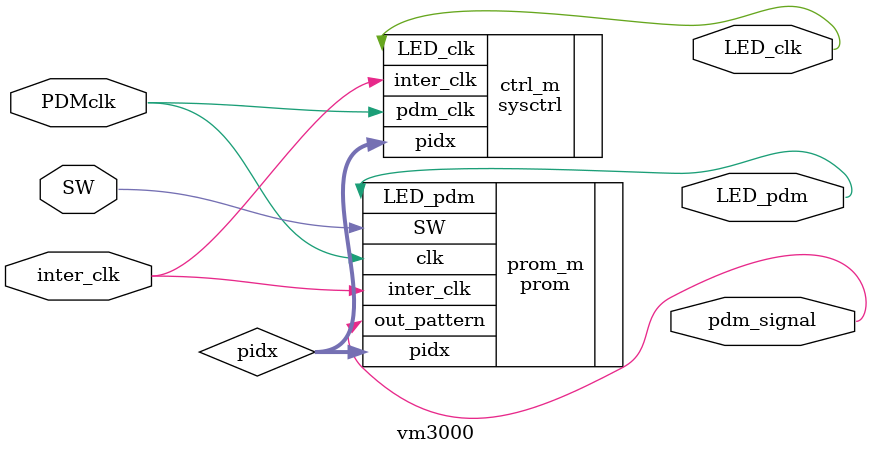
<source format=v>

module vm3000(
           input wire inter_clk,
           input wire PDMclk,
           input wire SW,
           output wire LED_clk,
           output wire LED_pdm,
           output wire pdm_signal
       );

wire [2:0]  pidx;		//pattern addr



//TODO: control module
sysctrl ctrl_m(
            .inter_clk(inter_clk),
            .pdm_clk(PDMclk),
            .LED_clk(LED_clk),
            .pidx(pidx)
        );



prom prom_m(
         .inter_clk(inter_clk),
         .clk(PDMclk),
         .pidx(pidx),
         .SW(SW),
         .LED_pdm(LED_pdm),
         .out_pattern(pdm_signal)
     );

endmodule

</source>
